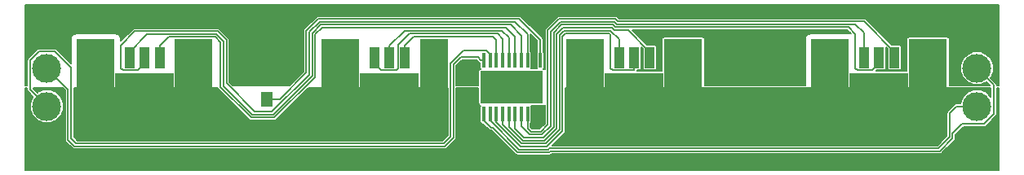
<source format=gtl>
G04 #@! TF.FileFunction,Copper,L1,Top,Signal*
%FSLAX46Y46*%
G04 Gerber Fmt 4.6, Leading zero omitted, Abs format (unit mm)*
G04 Created by KiCad (PCBNEW (2015-06-12 BZR 5734)-product) date Wednesday, July 15, 2015 'PMt' 05:18:17 PM*
%MOMM*%
G01*
G04 APERTURE LIST*
%ADD10C,0.100000*%
%ADD11R,0.300000X1.600000*%
%ADD12R,6.500000X3.400000*%
%ADD13C,0.600000*%
%ADD14C,0.750000*%
%ADD15R,1.250000X1.500000*%
%ADD16C,3.000000*%
%ADD17R,3.000000X3.000000*%
%ADD18R,1.000000X2.200000*%
%ADD19R,6.200000X3.000000*%
%ADD20R,4.000000X10.000000*%
%ADD21R,3.000000X10.000000*%
%ADD22C,0.500000*%
%ADD23C,0.153000*%
G04 APERTURE END LIST*
D10*
D11*
X129925000Y-89910000D03*
D12*
X127000000Y-92710000D03*
D11*
X129925000Y-95510000D03*
X129275000Y-89910000D03*
X129275000Y-95510000D03*
X128625000Y-89910000D03*
X128625000Y-95510000D03*
X127975000Y-89910000D03*
X127975000Y-95510000D03*
X127325000Y-89910000D03*
X127325000Y-95510000D03*
X126675000Y-89910000D03*
X126675000Y-95510000D03*
X126025000Y-89910000D03*
X126025000Y-95510000D03*
X125375000Y-89910000D03*
X125375000Y-95510000D03*
X124725000Y-89910000D03*
X124725000Y-95510000D03*
X124075000Y-89910000D03*
X124075000Y-95510000D03*
D13*
X129603500Y-91401900D03*
X129603500Y-92701900D03*
X129603500Y-94001900D03*
X128303500Y-91401900D03*
X128303500Y-92701900D03*
X128303500Y-94001900D03*
X127003500Y-91401900D03*
X127003500Y-92701900D03*
X127003500Y-94001900D03*
X125703500Y-91401900D03*
X125703500Y-92701900D03*
X125703500Y-94001900D03*
X124403500Y-91401900D03*
X124403500Y-92701900D03*
X124403500Y-94001900D03*
D14*
X171196000Y-96774000D03*
X169164000Y-96774000D03*
X169164000Y-93726000D03*
X169164000Y-95250000D03*
X171196000Y-95250000D03*
X171196000Y-93726000D03*
X161036000Y-96774000D03*
X159004000Y-96774000D03*
X159004000Y-93726000D03*
X159004000Y-95250000D03*
X161036000Y-95250000D03*
X161036000Y-93726000D03*
X145796000Y-96774000D03*
X143764000Y-96774000D03*
X143764000Y-93726000D03*
X143764000Y-95250000D03*
X145796000Y-95250000D03*
X145796000Y-93726000D03*
X135636000Y-96774000D03*
X133604000Y-96774000D03*
X133604000Y-93726000D03*
X133604000Y-95250000D03*
X135636000Y-95250000D03*
X135636000Y-93726000D03*
X118364000Y-96774000D03*
X118364000Y-93726000D03*
X118364000Y-95250000D03*
X110236000Y-96774000D03*
X108204000Y-96774000D03*
X108204000Y-93726000D03*
X108204000Y-95250000D03*
X110236000Y-95250000D03*
X110236000Y-93726000D03*
X94996000Y-96774000D03*
X92964000Y-95250000D03*
X94996000Y-95250000D03*
X94996000Y-93726000D03*
X92964000Y-93726000D03*
X92964000Y-96774000D03*
X84836000Y-96774000D03*
X82804000Y-96774000D03*
X82804000Y-95250000D03*
X84836000Y-95250000D03*
X84836000Y-93726000D03*
D15*
X122199400Y-91460000D03*
X122199400Y-93960000D03*
X101600000Y-93960000D03*
X101600000Y-91460000D03*
D16*
X78740000Y-86766400D03*
X78740000Y-90726400D03*
X78740000Y-94686400D03*
D17*
X78740000Y-98646400D03*
D16*
X175260000Y-86766400D03*
X175260000Y-90726400D03*
X175260000Y-94686400D03*
D17*
X175260000Y-98646400D03*
D14*
X82804000Y-93726000D03*
D18*
X138099800Y-95808800D03*
X138099800Y-89608800D03*
X139699800Y-95808800D03*
X139699800Y-89608800D03*
X141299800Y-95808800D03*
X141299800Y-89608800D03*
D19*
X139700000Y-92710000D03*
D20*
X134620000Y-92710000D03*
X144780000Y-92710000D03*
D18*
X163499800Y-95808800D03*
X163499800Y-89608800D03*
X165099800Y-95808800D03*
X165099800Y-89608800D03*
X166699800Y-95808800D03*
X166699800Y-89608800D03*
D19*
X165100000Y-92710000D03*
D20*
X160020000Y-92710000D03*
X170180000Y-92710000D03*
D18*
X87299800Y-95808800D03*
X87299800Y-89608800D03*
X88899800Y-95808800D03*
X88899800Y-89608800D03*
X90499800Y-95808800D03*
X90499800Y-89608800D03*
D19*
X88900000Y-92710000D03*
D20*
X83820000Y-92710000D03*
X93980000Y-92710000D03*
D18*
X112699800Y-95808800D03*
X112699800Y-89608800D03*
X114299800Y-95808800D03*
X114299800Y-89608800D03*
X115899800Y-95808800D03*
X115899800Y-89608800D03*
D19*
X114300000Y-92710000D03*
D20*
X109220000Y-92710000D03*
D21*
X118880000Y-92710000D03*
D22*
X122199400Y-90068400D03*
X152450800Y-89458800D03*
X129260600Y-88061800D03*
X122174000Y-95402400D03*
X129540000Y-96692410D03*
D23*
X122199400Y-91460000D02*
X122199400Y-90068400D01*
X104724200Y-84734400D02*
X173228000Y-84734400D01*
X173228000Y-84734400D02*
X175260000Y-86766400D01*
X103174800Y-86283800D02*
X104724200Y-84734400D01*
X103174800Y-88982200D02*
X103174800Y-86283800D01*
X101600000Y-91460000D02*
X101600000Y-90557000D01*
X101600000Y-90557000D02*
X103174800Y-88982200D01*
X78740000Y-86766400D02*
X80239999Y-85266401D01*
X80239999Y-85266401D02*
X95531401Y-85266401D01*
X95531401Y-85266401D02*
X101600000Y-91335000D01*
X101600000Y-91335000D02*
X101600000Y-91460000D01*
X129275000Y-89910000D02*
X129275000Y-88076200D01*
X129275000Y-88076200D02*
X129260600Y-88061800D01*
X122199400Y-93960000D02*
X122199400Y-95377000D01*
X122199400Y-95377000D02*
X122174000Y-95402400D01*
X129925000Y-95510000D02*
X129925000Y-96389000D01*
X129925000Y-96389000D02*
X129621590Y-96692410D01*
X129621590Y-96692410D02*
X129540000Y-96692410D01*
X129275000Y-96463000D02*
X129504410Y-96692410D01*
X129275000Y-95510000D02*
X129275000Y-96463000D01*
X129504410Y-96692410D02*
X129540000Y-96692410D01*
X97080010Y-92583248D02*
X97080010Y-87941632D01*
X100052772Y-95556010D02*
X97080010Y-92583248D01*
X102234753Y-95556010D02*
X100052772Y-95556010D01*
X106276020Y-87093217D02*
X106276020Y-91514743D01*
X127975000Y-89910000D02*
X127975000Y-87335000D01*
X106276020Y-91514743D02*
X102234753Y-95556010D01*
X127975000Y-87335000D02*
X126850020Y-86210020D01*
X97080010Y-87941632D02*
X96312388Y-87174010D01*
X96312388Y-87174010D02*
X89134590Y-87174010D01*
X89134590Y-87174010D02*
X87299800Y-89008800D01*
X126850020Y-86210020D02*
X107159217Y-86210020D01*
X87299800Y-89008800D02*
X87299800Y-89608800D01*
X107159217Y-86210020D02*
X106276020Y-87093217D01*
X105970010Y-91387990D02*
X102108000Y-95250000D01*
X86404501Y-90722501D02*
X86620301Y-90938301D01*
X102108000Y-95250000D02*
X100330000Y-95250000D01*
X100330000Y-95250000D02*
X97386020Y-92306020D01*
X88899800Y-90208800D02*
X88899800Y-89608800D01*
X88170299Y-90938301D02*
X88899800Y-90208800D01*
X86620301Y-90938301D02*
X88170299Y-90938301D01*
X86404501Y-88347499D02*
X86404501Y-90722501D01*
X87884000Y-86868000D02*
X86404501Y-88347499D01*
X96439141Y-86868000D02*
X87884000Y-86868000D01*
X107032464Y-85904010D02*
X105970010Y-86966464D01*
X105970010Y-86966464D02*
X105970010Y-91387990D01*
X128625000Y-89910000D02*
X128625000Y-87223000D01*
X127306010Y-85904010D02*
X107032464Y-85904010D01*
X97386020Y-92306020D02*
X97386020Y-87814879D01*
X128625000Y-87223000D02*
X127306010Y-85904010D01*
X97386020Y-87814879D02*
X96439141Y-86868000D01*
X96774000Y-88068385D02*
X96185635Y-87480020D01*
X99926019Y-95862020D02*
X96774000Y-92710001D01*
X102361506Y-95862020D02*
X99926019Y-95862020D01*
X106582029Y-91641497D02*
X102361506Y-95862020D01*
X126394030Y-86516030D02*
X107285970Y-86516030D01*
X127325000Y-87447000D02*
X126394030Y-86516030D01*
X96774000Y-92710001D02*
X96774000Y-88068385D01*
X106582029Y-87219971D02*
X106582029Y-91641497D01*
X90499800Y-88355800D02*
X90499800Y-89608800D01*
X107285970Y-86516030D02*
X106582029Y-87219971D01*
X91375580Y-87480020D02*
X90499800Y-88355800D01*
X96185635Y-87480020D02*
X91375580Y-87480020D01*
X127325000Y-89910000D02*
X127325000Y-87447000D01*
X126025000Y-89910000D02*
X126025000Y-87671000D01*
X126025000Y-87671000D02*
X125482050Y-87128050D01*
X116367448Y-87128050D02*
X115170299Y-88325199D01*
X125482050Y-87128050D02*
X116367448Y-87128050D01*
X115170299Y-88325199D02*
X115170299Y-90751403D01*
X115170299Y-90751403D02*
X114983401Y-90938301D01*
X114983401Y-90938301D02*
X113429301Y-90938301D01*
X113429301Y-90938301D02*
X112699800Y-90208800D01*
X112699800Y-90208800D02*
X112699800Y-89608800D01*
X114299800Y-89608800D02*
X114299800Y-88355800D01*
X114299800Y-88355800D02*
X115833560Y-86822040D01*
X115833560Y-86822040D02*
X125938040Y-86822040D01*
X125938040Y-86822040D02*
X126675000Y-87559000D01*
X126675000Y-87559000D02*
X126675000Y-89910000D01*
X115899800Y-89608800D02*
X115899800Y-88355800D01*
X115899800Y-88355800D02*
X116821540Y-87434060D01*
X116821540Y-87434060D02*
X125026060Y-87434060D01*
X125026060Y-87434060D02*
X125375000Y-87783000D01*
X125375000Y-87783000D02*
X125375000Y-89910000D01*
X131932440Y-87273407D02*
X131932440Y-97128612D01*
X126025000Y-96583513D02*
X126025000Y-95510000D01*
X127819067Y-98377582D02*
X126025000Y-96583513D01*
X127998324Y-98556840D02*
X127819067Y-98377582D01*
X130504212Y-98556840D02*
X127998324Y-98556840D01*
X131932440Y-97128612D02*
X130504212Y-98556840D01*
X137210857Y-86815992D02*
X132389855Y-86815992D01*
X138099800Y-87704935D02*
X137210857Y-86815992D01*
X138099800Y-89608800D02*
X138099800Y-87704935D01*
X132389855Y-86815992D02*
X131932440Y-87273407D01*
X125375000Y-95510000D02*
X125375000Y-96366276D01*
X132238450Y-97255365D02*
X132238450Y-87400160D01*
X125375000Y-96366276D02*
X127871574Y-98862850D01*
X127871574Y-98862850D02*
X130630965Y-98862850D01*
X130630965Y-98862850D02*
X132238450Y-97255365D01*
X132238450Y-87400160D02*
X132513111Y-87125499D01*
X132513111Y-87125499D02*
X137087601Y-87125499D01*
X139699800Y-89608800D02*
X139699800Y-90861800D01*
X139699800Y-90861800D02*
X139629600Y-90932000D01*
X139629600Y-90932000D02*
X138789702Y-90932000D01*
X138789702Y-90932000D02*
X138783401Y-90938301D01*
X138783401Y-90938301D02*
X137420301Y-90938301D01*
X137204501Y-87242399D02*
X137087601Y-87125499D01*
X137420301Y-90938301D02*
X137204501Y-90722501D01*
X137204501Y-90722501D02*
X137204501Y-87242399D01*
X139699800Y-89608800D02*
X139699800Y-90423800D01*
X126675000Y-96800751D02*
X126675000Y-95510000D01*
X137337610Y-86509982D02*
X132263102Y-86509982D01*
X131626430Y-97001859D02*
X130377459Y-98250830D01*
X141299800Y-89608800D02*
X141299800Y-89008800D01*
X130377459Y-98250830D02*
X128125077Y-98250830D01*
X128125077Y-98250830D02*
X126675000Y-96800751D01*
X131626430Y-87146654D02*
X131626430Y-97001859D01*
X132263102Y-86509982D02*
X131626430Y-87146654D01*
X137597658Y-86770030D02*
X137337610Y-86509982D01*
X141299800Y-89008800D02*
X139061030Y-86770030D01*
X139061030Y-86770030D02*
X137597658Y-86770030D01*
X137851164Y-86158010D02*
X137591116Y-85897962D01*
X162612010Y-86158010D02*
X137851164Y-86158010D01*
X128829047Y-97638810D02*
X127975000Y-96784763D01*
X130123953Y-97638810D02*
X128829047Y-97638810D01*
X131014410Y-96748353D02*
X130123953Y-97638810D01*
X131014410Y-86893148D02*
X131014410Y-96748353D01*
X132009596Y-85897962D02*
X131014410Y-86893148D01*
X137591116Y-85897962D02*
X132009596Y-85897962D01*
X163499800Y-87045800D02*
X162612010Y-86158010D01*
X163499800Y-89608800D02*
X163499800Y-87045800D01*
X127975000Y-96784763D02*
X127975000Y-95510000D01*
X130250706Y-97944820D02*
X128251830Y-97944820D01*
X165099800Y-90208800D02*
X164370299Y-90938301D01*
X164370299Y-90938301D02*
X162820301Y-90938301D01*
X137724411Y-86464020D02*
X137464363Y-86203972D01*
X137464363Y-86203972D02*
X132136349Y-86203972D01*
X132136349Y-86203972D02*
X131320420Y-87019901D01*
X162604501Y-87166501D02*
X161902020Y-86464020D01*
X131320420Y-87019901D02*
X131320420Y-96875106D01*
X131320420Y-96875106D02*
X130250706Y-97944820D01*
X161902020Y-86464020D02*
X137724411Y-86464020D01*
X162604501Y-90722501D02*
X162604501Y-87166501D01*
X162820301Y-90938301D02*
X162604501Y-90722501D01*
X128251830Y-97944820D02*
X127325000Y-97017989D01*
X127325000Y-97017989D02*
X127325000Y-95510000D01*
X165099800Y-89608800D02*
X165099800Y-90208800D01*
X131882893Y-85591902D02*
X130708400Y-86766395D01*
X128625000Y-97002000D02*
X128625000Y-95510000D01*
X163543000Y-85852000D02*
X137977917Y-85852000D01*
X130708400Y-96621600D02*
X129997200Y-97332800D01*
X137717869Y-85591952D02*
X132360677Y-85591952D01*
X166699800Y-89608800D02*
X166699800Y-89008800D01*
X137977917Y-85852000D02*
X137717869Y-85591952D01*
X132011176Y-85591902D02*
X131882893Y-85591902D01*
X166699800Y-89008800D02*
X163543000Y-85852000D01*
X128955800Y-97332800D02*
X128625000Y-97002000D01*
X132360677Y-85591952D02*
X132011176Y-85591902D01*
X130708400Y-86766395D02*
X130708400Y-96621600D01*
X129997200Y-97332800D02*
X128955800Y-97332800D01*
X129925000Y-87761000D02*
X127762000Y-85598000D01*
X106905711Y-85598000D02*
X105664000Y-86839711D01*
X127762000Y-85598000D02*
X106905711Y-85598000D01*
X129925000Y-89910000D02*
X129925000Y-87761000D01*
X105664000Y-86839711D02*
X105664000Y-91186000D01*
X105664000Y-91186000D02*
X102890000Y-93960000D01*
X102890000Y-93960000D02*
X101600000Y-93960000D01*
X121963938Y-88880499D02*
X124345499Y-88880499D01*
X120623390Y-90221047D02*
X121963938Y-88880499D01*
X124345499Y-88880499D02*
X124725000Y-89260000D01*
X119912438Y-98552000D02*
X120623390Y-97841048D01*
X81788000Y-98552000D02*
X119912438Y-98552000D01*
X77010499Y-92956899D02*
X77010499Y-89896239D01*
X77010499Y-89896239D02*
X77909839Y-88996899D01*
X81235499Y-90662237D02*
X81235499Y-97999499D01*
X79570161Y-88996899D02*
X81235499Y-90662237D01*
X77909839Y-88996899D02*
X79570161Y-88996899D01*
X81235499Y-97999499D02*
X81788000Y-98552000D01*
X124725000Y-89260000D02*
X124725000Y-89910000D01*
X78740000Y-94686400D02*
X77010499Y-92956899D01*
X120623390Y-97841048D02*
X120623390Y-90221047D01*
X175260000Y-90726400D02*
X176989501Y-92455901D01*
X127567270Y-99474870D02*
X124993400Y-96901000D01*
X176989501Y-92455901D02*
X176989501Y-95516561D01*
X176989501Y-95516561D02*
X175986062Y-96520000D01*
X171397990Y-99366010D02*
X130993331Y-99366010D01*
X175986062Y-96520000D02*
X173736000Y-96520000D01*
X173736000Y-96520000D02*
X172720000Y-97536000D01*
X124993400Y-96901000D02*
X124816000Y-96901000D01*
X172720000Y-97536000D02*
X172720000Y-98044000D01*
X172720000Y-98044000D02*
X171397990Y-99366010D01*
X130993331Y-99366010D02*
X130884471Y-99474870D01*
X130884471Y-99474870D02*
X127567270Y-99474870D01*
X124816000Y-96901000D02*
X124075000Y-96160000D01*
X124075000Y-96160000D02*
X124075000Y-95510000D01*
X124725000Y-95510000D02*
X124725000Y-96149038D01*
X173138680Y-94686400D02*
X175260000Y-94686400D01*
X172413990Y-95411090D02*
X173138680Y-94686400D01*
X172413990Y-97889112D02*
X172413990Y-95411090D01*
X130866578Y-99060000D02*
X171243102Y-99060000D01*
X171243102Y-99060000D02*
X172413990Y-97889112D01*
X130757718Y-99168860D02*
X130866578Y-99060000D01*
X124725000Y-96149038D02*
X127744822Y-99168860D01*
X127744822Y-99168860D02*
X130757718Y-99168860D01*
X80239999Y-92226399D02*
X78740000Y-90726400D01*
X123450899Y-89588899D02*
X121688301Y-89588899D01*
X80929489Y-92915889D02*
X80239999Y-92226399D01*
X120929400Y-97967800D02*
X120039190Y-98858010D01*
X120929400Y-90347800D02*
X120929400Y-97967800D01*
X80929489Y-98201489D02*
X80929489Y-92915889D01*
X81586010Y-98858010D02*
X80929489Y-98201489D01*
X120039190Y-98858010D02*
X81586010Y-98858010D01*
X121688301Y-89588899D02*
X120929400Y-90347800D01*
X123772000Y-89910000D02*
X123450899Y-89588899D01*
X124075000Y-89910000D02*
X123772000Y-89910000D01*
G36*
X120317390Y-97714298D02*
X119785688Y-98246000D01*
X81914749Y-98246000D01*
X81541499Y-97872749D01*
X81541499Y-92786500D01*
X96483216Y-92786500D01*
X96491293Y-92827102D01*
X96557625Y-92926376D01*
X99709644Y-96078395D01*
X99808918Y-96144727D01*
X99926019Y-96168020D01*
X102361506Y-96168020D01*
X102478607Y-96144727D01*
X102577881Y-96078395D01*
X105869776Y-92786500D01*
X120317390Y-92786500D01*
X120317390Y-97714298D01*
X120317390Y-97714298D01*
G37*
X120317390Y-97714298D02*
X119785688Y-98246000D01*
X81914749Y-98246000D01*
X81541499Y-97872749D01*
X81541499Y-92786500D01*
X96483216Y-92786500D01*
X96491293Y-92827102D01*
X96557625Y-92926376D01*
X99709644Y-96078395D01*
X99808918Y-96144727D01*
X99926019Y-96168020D01*
X102361506Y-96168020D01*
X102478607Y-96144727D01*
X102577881Y-96078395D01*
X105869776Y-92786500D01*
X120317390Y-92786500D01*
X120317390Y-97714298D01*
G36*
X130402400Y-96494850D02*
X129870450Y-97026800D01*
X129082550Y-97026800D01*
X128931000Y-96875250D01*
X128931000Y-96482025D01*
X128939419Y-96476495D01*
X128990902Y-96400224D01*
X129008996Y-96310000D01*
X129008996Y-94710000D01*
X128996190Y-94643996D01*
X130250000Y-94643996D01*
X130337508Y-94627018D01*
X130402400Y-94584390D01*
X130402400Y-96494850D01*
X130402400Y-96494850D01*
G37*
X130402400Y-96494850D02*
X129870450Y-97026800D01*
X129082550Y-97026800D01*
X128931000Y-96875250D01*
X128931000Y-96482025D01*
X128939419Y-96476495D01*
X128990902Y-96400224D01*
X129008996Y-96310000D01*
X129008996Y-94710000D01*
X128996190Y-94643996D01*
X130250000Y-94643996D01*
X130337508Y-94627018D01*
X130402400Y-94584390D01*
X130402400Y-96494850D01*
G36*
X176683501Y-93664367D02*
X176240962Y-93221056D01*
X175605528Y-92957201D01*
X174917490Y-92956600D01*
X174281597Y-93219346D01*
X173794656Y-93705438D01*
X173530801Y-94340872D01*
X173530766Y-94380400D01*
X173138680Y-94380400D01*
X173021579Y-94403693D01*
X172922305Y-94470025D01*
X172922302Y-94470028D01*
X172197615Y-95194715D01*
X172131283Y-95293989D01*
X172107990Y-95411090D01*
X172107990Y-97762362D01*
X171116352Y-98754000D01*
X131172565Y-98754000D01*
X132454825Y-97471740D01*
X132521157Y-97372466D01*
X132544450Y-97255365D01*
X132544450Y-92786500D01*
X176683501Y-92786500D01*
X176683501Y-93664367D01*
X176683501Y-93664367D01*
G37*
X176683501Y-93664367D02*
X176240962Y-93221056D01*
X175605528Y-92957201D01*
X174917490Y-92956600D01*
X174281597Y-93219346D01*
X173794656Y-93705438D01*
X173530801Y-94340872D01*
X173530766Y-94380400D01*
X173138680Y-94380400D01*
X173021579Y-94403693D01*
X172922305Y-94470025D01*
X172922302Y-94470028D01*
X172197615Y-95194715D01*
X172131283Y-95293989D01*
X172107990Y-95411090D01*
X172107990Y-97762362D01*
X171116352Y-98754000D01*
X131172565Y-98754000D01*
X132454825Y-97471740D01*
X132521157Y-97372466D01*
X132544450Y-97255365D01*
X132544450Y-92786500D01*
X176683501Y-92786500D01*
X176683501Y-93664367D01*
G36*
X177520500Y-101320500D02*
X76479500Y-101320500D01*
X76479500Y-92786500D01*
X76704499Y-92786500D01*
X76704499Y-92956899D01*
X76727792Y-93074000D01*
X76794124Y-93173274D01*
X77300494Y-93679644D01*
X77274656Y-93705438D01*
X77010801Y-94340872D01*
X77010200Y-95028910D01*
X77272946Y-95664803D01*
X77759038Y-96151744D01*
X78394472Y-96415599D01*
X79082510Y-96416200D01*
X79718403Y-96153454D01*
X80205344Y-95667362D01*
X80469199Y-95031928D01*
X80469800Y-94343890D01*
X80207054Y-93707997D01*
X79720962Y-93221056D01*
X79085528Y-92957201D01*
X78397490Y-92956600D01*
X77761597Y-93219346D01*
X77733622Y-93247272D01*
X77316499Y-92830149D01*
X77316499Y-92786500D01*
X80367350Y-92786500D01*
X80623489Y-93042639D01*
X80623489Y-98201489D01*
X80646782Y-98318590D01*
X80713114Y-98417864D01*
X81369635Y-99074385D01*
X81468909Y-99140717D01*
X81586010Y-99164011D01*
X81586010Y-99164010D01*
X81586015Y-99164010D01*
X120039190Y-99164010D01*
X120156291Y-99140717D01*
X120255565Y-99074385D01*
X121145775Y-98184175D01*
X121212107Y-98084901D01*
X121235400Y-97967800D01*
X121235400Y-92786500D01*
X123516004Y-92786500D01*
X123516004Y-94410000D01*
X123532982Y-94497508D01*
X123583505Y-94574419D01*
X123659776Y-94625902D01*
X123706010Y-94635174D01*
X123691004Y-94710000D01*
X123691004Y-96310000D01*
X123707982Y-96397508D01*
X123758505Y-96474419D01*
X123834776Y-96525902D01*
X123925000Y-96543996D01*
X124026246Y-96543996D01*
X124599622Y-97117371D01*
X124599625Y-97117375D01*
X124698899Y-97183707D01*
X124816000Y-97207000D01*
X124866650Y-97207000D01*
X127350895Y-99691245D01*
X127450169Y-99757577D01*
X127567270Y-99780871D01*
X127567270Y-99780870D01*
X127567275Y-99780870D01*
X130884471Y-99780870D01*
X131001572Y-99757577D01*
X131100846Y-99691245D01*
X131120080Y-99672010D01*
X171397990Y-99672010D01*
X171515091Y-99648717D01*
X171614365Y-99582385D01*
X172936371Y-98260377D01*
X172936374Y-98260375D01*
X172936375Y-98260375D01*
X173002707Y-98161101D01*
X173026000Y-98044000D01*
X173026000Y-97662750D01*
X173862750Y-96826000D01*
X175986062Y-96826000D01*
X176103163Y-96802707D01*
X176202437Y-96736375D01*
X177205876Y-95732936D01*
X177272208Y-95633662D01*
X177295501Y-95516561D01*
X177295501Y-92786500D01*
X177520500Y-92786500D01*
X177520500Y-101320500D01*
X177520500Y-101320500D01*
G37*
X177520500Y-101320500D02*
X76479500Y-101320500D01*
X76479500Y-92786500D01*
X76704499Y-92786500D01*
X76704499Y-92956899D01*
X76727792Y-93074000D01*
X76794124Y-93173274D01*
X77300494Y-93679644D01*
X77274656Y-93705438D01*
X77010801Y-94340872D01*
X77010200Y-95028910D01*
X77272946Y-95664803D01*
X77759038Y-96151744D01*
X78394472Y-96415599D01*
X79082510Y-96416200D01*
X79718403Y-96153454D01*
X80205344Y-95667362D01*
X80469199Y-95031928D01*
X80469800Y-94343890D01*
X80207054Y-93707997D01*
X79720962Y-93221056D01*
X79085528Y-92957201D01*
X78397490Y-92956600D01*
X77761597Y-93219346D01*
X77733622Y-93247272D01*
X77316499Y-92830149D01*
X77316499Y-92786500D01*
X80367350Y-92786500D01*
X80623489Y-93042639D01*
X80623489Y-98201489D01*
X80646782Y-98318590D01*
X80713114Y-98417864D01*
X81369635Y-99074385D01*
X81468909Y-99140717D01*
X81586010Y-99164011D01*
X81586010Y-99164010D01*
X81586015Y-99164010D01*
X120039190Y-99164010D01*
X120156291Y-99140717D01*
X120255565Y-99074385D01*
X121145775Y-98184175D01*
X121212107Y-98084901D01*
X121235400Y-97967800D01*
X121235400Y-92786500D01*
X123516004Y-92786500D01*
X123516004Y-94410000D01*
X123532982Y-94497508D01*
X123583505Y-94574419D01*
X123659776Y-94625902D01*
X123706010Y-94635174D01*
X123691004Y-94710000D01*
X123691004Y-96310000D01*
X123707982Y-96397508D01*
X123758505Y-96474419D01*
X123834776Y-96525902D01*
X123925000Y-96543996D01*
X124026246Y-96543996D01*
X124599622Y-97117371D01*
X124599625Y-97117375D01*
X124698899Y-97183707D01*
X124816000Y-97207000D01*
X124866650Y-97207000D01*
X127350895Y-99691245D01*
X127450169Y-99757577D01*
X127567270Y-99780871D01*
X127567270Y-99780870D01*
X127567275Y-99780870D01*
X130884471Y-99780870D01*
X131001572Y-99757577D01*
X131100846Y-99691245D01*
X131120080Y-99672010D01*
X171397990Y-99672010D01*
X171515091Y-99648717D01*
X171614365Y-99582385D01*
X172936371Y-98260377D01*
X172936374Y-98260375D01*
X172936375Y-98260375D01*
X173002707Y-98161101D01*
X173026000Y-98044000D01*
X173026000Y-97662750D01*
X173862750Y-96826000D01*
X175986062Y-96826000D01*
X176103163Y-96802707D01*
X176202437Y-96736375D01*
X177205876Y-95732936D01*
X177272208Y-95633662D01*
X177295501Y-95516561D01*
X177295501Y-92786500D01*
X177520500Y-92786500D01*
X177520500Y-101320500D01*
G36*
X123705485Y-90784640D02*
X123662492Y-90792982D01*
X123585581Y-90843505D01*
X123534098Y-90919776D01*
X123516004Y-91010000D01*
X123516004Y-92480500D01*
X121235400Y-92480500D01*
X121235400Y-90474550D01*
X121815050Y-89894899D01*
X123324149Y-89894899D01*
X123555622Y-90126371D01*
X123555625Y-90126375D01*
X123654899Y-90192707D01*
X123691004Y-90199888D01*
X123691004Y-90710000D01*
X123705485Y-90784640D01*
X123705485Y-90784640D01*
G37*
X123705485Y-90784640D02*
X123662492Y-90792982D01*
X123585581Y-90843505D01*
X123534098Y-90919776D01*
X123516004Y-91010000D01*
X123516004Y-92480500D01*
X121235400Y-92480500D01*
X121235400Y-90474550D01*
X121815050Y-89894899D01*
X123324149Y-89894899D01*
X123555622Y-90126371D01*
X123555625Y-90126375D01*
X123654899Y-90192707D01*
X123691004Y-90199888D01*
X123691004Y-90710000D01*
X123705485Y-90784640D01*
G36*
X129619000Y-88937974D02*
X129610581Y-88943505D01*
X129559098Y-89019776D01*
X129541004Y-89110000D01*
X129541004Y-90710000D01*
X129553809Y-90776004D01*
X128995759Y-90776004D01*
X129008996Y-90710000D01*
X129008996Y-89110000D01*
X128992018Y-89022492D01*
X128941495Y-88945581D01*
X128931000Y-88938496D01*
X128931000Y-87223005D01*
X128931000Y-87223000D01*
X128931001Y-87223000D01*
X128925227Y-87193977D01*
X129619000Y-87887750D01*
X129619000Y-88937974D01*
X129619000Y-88937974D01*
G37*
X129619000Y-88937974D02*
X129610581Y-88943505D01*
X129559098Y-89019776D01*
X129541004Y-89110000D01*
X129541004Y-90710000D01*
X129553809Y-90776004D01*
X128995759Y-90776004D01*
X129008996Y-90710000D01*
X129008996Y-89110000D01*
X128992018Y-89022492D01*
X128941495Y-88945581D01*
X128931000Y-88938496D01*
X128931000Y-87223005D01*
X128931000Y-87223000D01*
X128931001Y-87223000D01*
X128925227Y-87193977D01*
X129619000Y-87887750D01*
X129619000Y-88937974D01*
G36*
X162144207Y-87138957D02*
X162020000Y-87114049D01*
X158020000Y-87114049D01*
X157797132Y-87157291D01*
X157601252Y-87285963D01*
X157470131Y-87480213D01*
X157424049Y-87710000D01*
X157424049Y-92480500D01*
X147013996Y-92480500D01*
X147013996Y-87710000D01*
X146997018Y-87622492D01*
X146946495Y-87545581D01*
X146870224Y-87494098D01*
X146780000Y-87476004D01*
X142780000Y-87476004D01*
X142692492Y-87492982D01*
X142615581Y-87543505D01*
X142564098Y-87619776D01*
X142546004Y-87710000D01*
X142546004Y-90976004D01*
X139983083Y-90976004D01*
X139989688Y-90942796D01*
X139989689Y-90942796D01*
X140199800Y-90942796D01*
X140287308Y-90925818D01*
X140364219Y-90875295D01*
X140415702Y-90799024D01*
X140433796Y-90708800D01*
X140433796Y-88575546D01*
X140565804Y-88707554D01*
X140565804Y-90708800D01*
X140582782Y-90796308D01*
X140633305Y-90873219D01*
X140709576Y-90924702D01*
X140799800Y-90942796D01*
X141799800Y-90942796D01*
X141887308Y-90925818D01*
X141964219Y-90875295D01*
X142015702Y-90799024D01*
X142033796Y-90708800D01*
X142033796Y-88508800D01*
X142016818Y-88421292D01*
X141966295Y-88344381D01*
X141890024Y-88292898D01*
X141799800Y-88274804D01*
X140998554Y-88274804D01*
X139493770Y-86770020D01*
X161775270Y-86770020D01*
X162144207Y-87138957D01*
X162144207Y-87138957D01*
G37*
X162144207Y-87138957D02*
X162020000Y-87114049D01*
X158020000Y-87114049D01*
X157797132Y-87157291D01*
X157601252Y-87285963D01*
X157470131Y-87480213D01*
X157424049Y-87710000D01*
X157424049Y-92480500D01*
X147013996Y-92480500D01*
X147013996Y-87710000D01*
X146997018Y-87622492D01*
X146946495Y-87545581D01*
X146870224Y-87494098D01*
X146780000Y-87476004D01*
X142780000Y-87476004D01*
X142692492Y-87492982D01*
X142615581Y-87543505D01*
X142564098Y-87619776D01*
X142546004Y-87710000D01*
X142546004Y-90976004D01*
X139983083Y-90976004D01*
X139989688Y-90942796D01*
X139989689Y-90942796D01*
X140199800Y-90942796D01*
X140287308Y-90925818D01*
X140364219Y-90875295D01*
X140415702Y-90799024D01*
X140433796Y-90708800D01*
X140433796Y-88575546D01*
X140565804Y-88707554D01*
X140565804Y-90708800D01*
X140582782Y-90796308D01*
X140633305Y-90873219D01*
X140709576Y-90924702D01*
X140799800Y-90942796D01*
X141799800Y-90942796D01*
X141887308Y-90925818D01*
X141964219Y-90875295D01*
X142015702Y-90799024D01*
X142033796Y-90708800D01*
X142033796Y-88508800D01*
X142016818Y-88421292D01*
X141966295Y-88344381D01*
X141890024Y-88292898D01*
X141799800Y-88274804D01*
X140998554Y-88274804D01*
X139493770Y-86770020D01*
X161775270Y-86770020D01*
X162144207Y-87138957D01*
G36*
X177520500Y-92480500D02*
X177295501Y-92480500D01*
X177295501Y-92455906D01*
X177295501Y-92455901D01*
X177295502Y-92455901D01*
X177272208Y-92338800D01*
X177205876Y-92239526D01*
X176699505Y-91733155D01*
X176725344Y-91707362D01*
X176989199Y-91071928D01*
X176989800Y-90383890D01*
X176727054Y-89747997D01*
X176240962Y-89261056D01*
X175605528Y-88997201D01*
X174917490Y-88996600D01*
X174281597Y-89259346D01*
X173794656Y-89745438D01*
X173530801Y-90380872D01*
X173530200Y-91068910D01*
X173792946Y-91704803D01*
X174279038Y-92191744D01*
X174914472Y-92455599D01*
X175602510Y-92456200D01*
X176238403Y-92193454D01*
X176266377Y-92165527D01*
X176581350Y-92480500D01*
X172413996Y-92480500D01*
X172413996Y-87710000D01*
X172397018Y-87622492D01*
X172346495Y-87545581D01*
X172270224Y-87494098D01*
X172180000Y-87476004D01*
X168180000Y-87476004D01*
X168092492Y-87492982D01*
X168015581Y-87543505D01*
X167964098Y-87619776D01*
X167946004Y-87710000D01*
X167946004Y-90976004D01*
X164765346Y-90976004D01*
X164798554Y-90942796D01*
X165599800Y-90942796D01*
X165687308Y-90925818D01*
X165764219Y-90875295D01*
X165815702Y-90799024D01*
X165833796Y-90708800D01*
X165833796Y-88575545D01*
X165965804Y-88707553D01*
X165965804Y-90708800D01*
X165982782Y-90796308D01*
X166033305Y-90873219D01*
X166109576Y-90924702D01*
X166199800Y-90942796D01*
X167199800Y-90942796D01*
X167287308Y-90925818D01*
X167364219Y-90875295D01*
X167415702Y-90799024D01*
X167433796Y-90708800D01*
X167433796Y-88508800D01*
X167416818Y-88421292D01*
X167366295Y-88344381D01*
X167290024Y-88292898D01*
X167199800Y-88274804D01*
X166398553Y-88274804D01*
X163759375Y-85635625D01*
X163660101Y-85569293D01*
X163543000Y-85546000D01*
X138104666Y-85546000D01*
X137934244Y-85375577D01*
X137834970Y-85309245D01*
X137717869Y-85285952D01*
X132360721Y-85285952D01*
X132011220Y-85285902D01*
X132011197Y-85285906D01*
X132011176Y-85285902D01*
X131882898Y-85285902D01*
X131882893Y-85285901D01*
X131765792Y-85309195D01*
X131666518Y-85375527D01*
X130492025Y-86550020D01*
X130425693Y-86649294D01*
X130402400Y-86766395D01*
X130402400Y-90836066D01*
X130340224Y-90794098D01*
X130293989Y-90784825D01*
X130308996Y-90710000D01*
X130308996Y-89110000D01*
X130292018Y-89022492D01*
X130241495Y-88945581D01*
X130231000Y-88938496D01*
X130231000Y-87761005D01*
X130231000Y-87761000D01*
X130231001Y-87761000D01*
X130207707Y-87643899D01*
X130141375Y-87544625D01*
X127978375Y-85381625D01*
X127879101Y-85315293D01*
X127762000Y-85292000D01*
X106905716Y-85292000D01*
X106905711Y-85291999D01*
X106788610Y-85315293D01*
X106689336Y-85381625D01*
X106689333Y-85381628D01*
X105447625Y-86623336D01*
X105381293Y-86722610D01*
X105358000Y-86839711D01*
X105358000Y-91059250D01*
X103936750Y-92480500D01*
X97993249Y-92480500D01*
X97692020Y-92179270D01*
X97692020Y-87814879D01*
X97668727Y-87697778D01*
X97602395Y-87598504D01*
X96655516Y-86651625D01*
X96556242Y-86585293D01*
X96439141Y-86562000D01*
X87884005Y-86562000D01*
X87884000Y-86561999D01*
X87766899Y-86585293D01*
X87667625Y-86651625D01*
X87667622Y-86651628D01*
X86415951Y-87903299D01*
X86415951Y-87710000D01*
X86372709Y-87487132D01*
X86244037Y-87291252D01*
X86049787Y-87160131D01*
X85820000Y-87114049D01*
X81820000Y-87114049D01*
X81597132Y-87157291D01*
X81401252Y-87285963D01*
X81270131Y-87480213D01*
X81224049Y-87710000D01*
X81224049Y-90218037D01*
X79786536Y-88780524D01*
X79687262Y-88714192D01*
X79570161Y-88690899D01*
X77909844Y-88690899D01*
X77909839Y-88690898D01*
X77792738Y-88714192D01*
X77693464Y-88780524D01*
X76794124Y-89679864D01*
X76727792Y-89779138D01*
X76704499Y-89896239D01*
X76704499Y-92480500D01*
X76479500Y-92480500D01*
X76479500Y-84099500D01*
X177520500Y-84099500D01*
X177520500Y-92480500D01*
X177520500Y-92480500D01*
G37*
X177520500Y-92480500D02*
X177295501Y-92480500D01*
X177295501Y-92455906D01*
X177295501Y-92455901D01*
X177295502Y-92455901D01*
X177272208Y-92338800D01*
X177205876Y-92239526D01*
X176699505Y-91733155D01*
X176725344Y-91707362D01*
X176989199Y-91071928D01*
X176989800Y-90383890D01*
X176727054Y-89747997D01*
X176240962Y-89261056D01*
X175605528Y-88997201D01*
X174917490Y-88996600D01*
X174281597Y-89259346D01*
X173794656Y-89745438D01*
X173530801Y-90380872D01*
X173530200Y-91068910D01*
X173792946Y-91704803D01*
X174279038Y-92191744D01*
X174914472Y-92455599D01*
X175602510Y-92456200D01*
X176238403Y-92193454D01*
X176266377Y-92165527D01*
X176581350Y-92480500D01*
X172413996Y-92480500D01*
X172413996Y-87710000D01*
X172397018Y-87622492D01*
X172346495Y-87545581D01*
X172270224Y-87494098D01*
X172180000Y-87476004D01*
X168180000Y-87476004D01*
X168092492Y-87492982D01*
X168015581Y-87543505D01*
X167964098Y-87619776D01*
X167946004Y-87710000D01*
X167946004Y-90976004D01*
X164765346Y-90976004D01*
X164798554Y-90942796D01*
X165599800Y-90942796D01*
X165687308Y-90925818D01*
X165764219Y-90875295D01*
X165815702Y-90799024D01*
X165833796Y-90708800D01*
X165833796Y-88575545D01*
X165965804Y-88707553D01*
X165965804Y-90708800D01*
X165982782Y-90796308D01*
X166033305Y-90873219D01*
X166109576Y-90924702D01*
X166199800Y-90942796D01*
X167199800Y-90942796D01*
X167287308Y-90925818D01*
X167364219Y-90875295D01*
X167415702Y-90799024D01*
X167433796Y-90708800D01*
X167433796Y-88508800D01*
X167416818Y-88421292D01*
X167366295Y-88344381D01*
X167290024Y-88292898D01*
X167199800Y-88274804D01*
X166398553Y-88274804D01*
X163759375Y-85635625D01*
X163660101Y-85569293D01*
X163543000Y-85546000D01*
X138104666Y-85546000D01*
X137934244Y-85375577D01*
X137834970Y-85309245D01*
X137717869Y-85285952D01*
X132360721Y-85285952D01*
X132011220Y-85285902D01*
X132011197Y-85285906D01*
X132011176Y-85285902D01*
X131882898Y-85285902D01*
X131882893Y-85285901D01*
X131765792Y-85309195D01*
X131666518Y-85375527D01*
X130492025Y-86550020D01*
X130425693Y-86649294D01*
X130402400Y-86766395D01*
X130402400Y-90836066D01*
X130340224Y-90794098D01*
X130293989Y-90784825D01*
X130308996Y-90710000D01*
X130308996Y-89110000D01*
X130292018Y-89022492D01*
X130241495Y-88945581D01*
X130231000Y-88938496D01*
X130231000Y-87761005D01*
X130231000Y-87761000D01*
X130231001Y-87761000D01*
X130207707Y-87643899D01*
X130141375Y-87544625D01*
X127978375Y-85381625D01*
X127879101Y-85315293D01*
X127762000Y-85292000D01*
X106905716Y-85292000D01*
X106905711Y-85291999D01*
X106788610Y-85315293D01*
X106689336Y-85381625D01*
X106689333Y-85381628D01*
X105447625Y-86623336D01*
X105381293Y-86722610D01*
X105358000Y-86839711D01*
X105358000Y-91059250D01*
X103936750Y-92480500D01*
X97993249Y-92480500D01*
X97692020Y-92179270D01*
X97692020Y-87814879D01*
X97668727Y-87697778D01*
X97602395Y-87598504D01*
X96655516Y-86651625D01*
X96556242Y-86585293D01*
X96439141Y-86562000D01*
X87884005Y-86562000D01*
X87884000Y-86561999D01*
X87766899Y-86585293D01*
X87667625Y-86651625D01*
X87667622Y-86651628D01*
X86415951Y-87903299D01*
X86415951Y-87710000D01*
X86372709Y-87487132D01*
X86244037Y-87291252D01*
X86049787Y-87160131D01*
X85820000Y-87114049D01*
X81820000Y-87114049D01*
X81597132Y-87157291D01*
X81401252Y-87285963D01*
X81270131Y-87480213D01*
X81224049Y-87710000D01*
X81224049Y-90218037D01*
X79786536Y-88780524D01*
X79687262Y-88714192D01*
X79570161Y-88690899D01*
X77909844Y-88690899D01*
X77909839Y-88690898D01*
X77792738Y-88714192D01*
X77693464Y-88780524D01*
X76794124Y-89679864D01*
X76727792Y-89779138D01*
X76704499Y-89896239D01*
X76704499Y-92480500D01*
X76479500Y-92480500D01*
X76479500Y-84099500D01*
X177520500Y-84099500D01*
X177520500Y-92480500D01*
M02*

</source>
